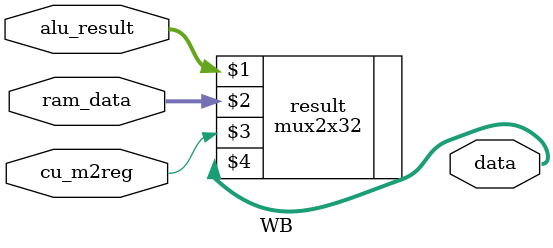
<source format=v>
`timescale 1ns / 1ps
module WB(
  input [31:0]alu_result, ram_data,
  input cu_m2reg,
  
  output [31:0]data
    );

  mux2x32 result(alu_result, ram_data, cu_m2reg, data);

endmodule

</source>
